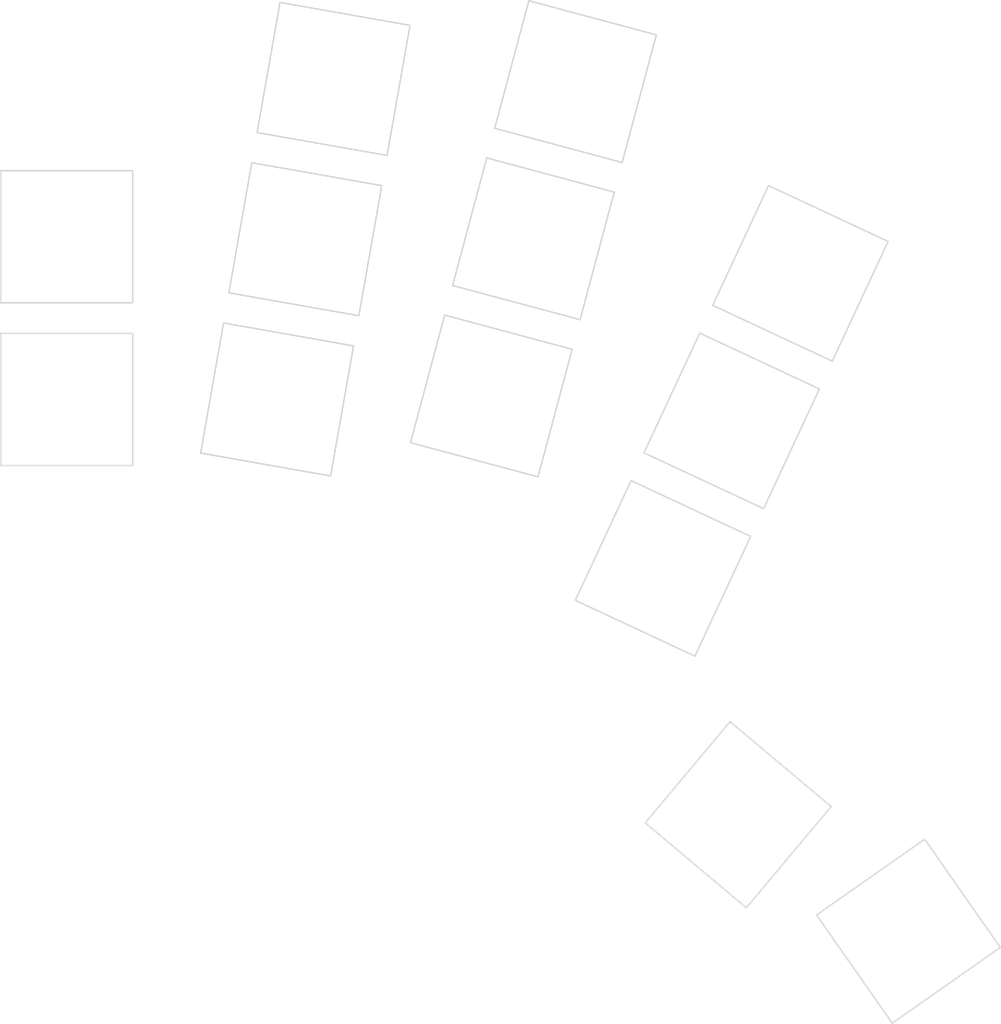
<source format=kicad_pcb>
(kicad_pcb (version 20240108) (generator "pcbnew") (generator_version "8.0")
  (title_block (title "frontplate") (date "2025-05-19") (rev "0.2") (company "finn-e"))
  (layers (0 "F.Cu" signal) (31 "B.Cu" signal) (34 "B.Paste" user) (35 "F.Paste" user) (36 "B.SilkS" user "B.Silkscreen") (37 "F.SilkS" user "F.Silkscreen") (38 "B.Mask" user) (39 "F.Mask" user) (44 "Edge.Cuts" user))
  (net 0 "")
  (footprint "ceoloide:mounting_hole_npth" (layer "F.Cu") (at 173.428752 140.971233 35)
    (property "Reference" "MH4" (hide yes))
    (property "Value" "")
    (pad "" np_thru_hole circle (at 0 0 35) (size 2.2 2.2) (drill 2.2) (layers "*.Cu" "*.Mask"))
  )
  (footprint "ceoloide:mounting_hole_npth" (layer "F.Cu") (at 114.61274 73.066301 -10)
    (property "Reference" "MH2" (hide yes))
    (property "Value" "")
    (pad "" np_thru_hole circle (at 0 0 350) (size 2.2 2.2) (drill 2.2) (layers "*.Cu" "*.Mask"))
  )
  (footprint "ceoloide:mounting_hole_npth" (layer "F.Cu") (at 117.564759 56.324569 -10)
    (property "Reference" "MH1" (hide yes))
    (property "Value" "")
    (pad "" np_thru_hole circle (at 0 0 350) (size 2.2 2.2) (drill 2.2) (layers "*.Cu" "*.Mask"))
  )
  (footprint "ceoloide:mounting_hole_npth" (layer "F.Cu") (at 165.426557 72.684179 -25)
    (property "Reference" "MH3" (hide yes))
    (property "Value" "")
    (pad "" np_thru_hole circle (at 0 0 335) (size 2.2 2.2) (drill 2.2) (layers "*.Cu" "*.Mask"))
  )
  (footprint "ceoloide:mounting_hole_npth" (layer "F.Cu") (at 181.636504 129.430307 35)
    (property "Reference" "MH5" (hide yes))
    (property "Value" "")
    (pad "" np_thru_hole circle (at 0 0 35) (size 2.2 2.2) (drill 2.2) (layers "*.Cu" "*.Mask"))
  )
  (gr_line (start 132.945365 60.661267) (end 119.355018 58.264922) (stroke (width 0.15)) (layer "Edge.Cuts"))
  (gr_line (start 106.9 72.9) (end 106.9 59.1) (stroke (width 0.15)) (layer "Edge.Cuts"))
  (gr_line (start 153.184611 103.981858) (end 165.691658 109.81399) (stroke (width 0.15)) (layer "Edge.Cuts"))
  (gr_line (start 172.876169 94.406758) (end 178.708301 81.89971) (stroke (width 0.15)) (layer "Edge.Cuts"))
  (gr_line (start 119.355018 58.264922) (end 116.958673 71.855269) (stroke (width 0.15)) (layer "Edge.Cuts"))
  (gr_line (start 160.369121 88.574626) (end 172.876169 94.406758) (stroke (width 0.15)) (layer "Edge.Cuts"))
  (gr_line (start 139.524739 74.184087) (end 135.953036 87.513864) (stroke (width 0.15)) (layer "Edge.Cuts"))
  (gr_line (start 116.402999 75.006654) (end 114.006654 88.597001) (stroke (width 0.15)) (layer "Edge.Cuts"))
  (gr_line (start 166.201253 76.067578) (end 160.369121 88.574626) (stroke (width 0.15)) (layer "Edge.Cuts"))
  (gr_line (start 116.958673 71.855269) (end 130.54902 74.251614) (stroke (width 0.15)) (layer "Edge.Cuts"))
  (gr_line (start 178.411156 136.853817) (end 186.326511 148.158115) (stroke (width 0.15)) (layer "Edge.Cuts"))
  (gr_line (start 178.708301 81.89971) (end 166.201253 76.067578) (stroke (width 0.15)) (layer "Edge.Cuts"))
  (gr_line (start 135.897384 43.919535) (end 122.307037 41.523191) (stroke (width 0.15)) (layer "Edge.Cuts"))
  (gr_line (start 130.54902 74.251614) (end 132.945365 60.661267) (stroke (width 0.15)) (layer "Edge.Cuts"))
  (gr_line (start 106.9 89.9) (end 106.9 76.1) (stroke (width 0.15)) (layer "Edge.Cuts"))
  (gr_line (start 93.1 72.9) (end 106.9 72.9) (stroke (width 0.15)) (layer "Edge.Cuts"))
  (gr_line (start 122.307037 41.523191) (end 119.910692 55.113538) (stroke (width 0.15)) (layer "Edge.Cuts"))
  (gr_line (start 171.52379 97.306943) (end 159.016743 91.474811) (stroke (width 0.15)) (layer "Edge.Cuts"))
  (gr_line (start 152.854515 77.75579) (end 139.524739 74.184087) (stroke (width 0.15)) (layer "Edge.Cuts"))
  (gr_line (start 93.1 89.9) (end 106.9 89.9) (stroke (width 0.15)) (layer "Edge.Cuts"))
  (gr_line (start 197.630809 140.242761) (end 189.715455 128.938462) (stroke (width 0.15)) (layer "Edge.Cuts"))
  (gr_line (start 93.1 76.1) (end 93.1 89.9) (stroke (width 0.15)) (layer "Edge.Cuts"))
  (gr_line (start 140.35296 71.093125) (end 153.682736 74.664828) (stroke (width 0.15)) (layer "Edge.Cuts"))
  (gr_line (start 133.501039 57.509882) (end 135.897384 43.919535) (stroke (width 0.15)) (layer "Edge.Cuts"))
  (gr_line (start 129.993346 77.402999) (end 116.402999 75.006654) (stroke (width 0.15)) (layer "Edge.Cuts"))
  (gr_line (start 106.9 76.1) (end 93.1 76.1) (stroke (width 0.15)) (layer "Edge.Cuts"))
  (gr_line (start 173.385764 60.660346) (end 167.553632 73.167393) (stroke (width 0.15)) (layer "Edge.Cuts"))
  (gr_line (start 186.326511 148.158115) (end 197.630809 140.242761) (stroke (width 0.15)) (layer "Edge.Cuts"))
  (gr_line (start 179.936317 125.527213) (end 169.364903 116.656744) (stroke (width 0.15)) (layer "Edge.Cuts"))
  (gr_line (start 185.892811 66.492478) (end 173.385764 60.660346) (stroke (width 0.15)) (layer "Edge.Cuts"))
  (gr_line (start 93.1 59.1) (end 93.1 72.9) (stroke (width 0.15)) (layer "Edge.Cuts"))
  (gr_line (start 148.324586 41.342609) (end 144.752883 54.672386) (stroke (width 0.15)) (layer "Edge.Cuts"))
  (gr_line (start 167.553632 73.167393) (end 180.060679 78.999525) (stroke (width 0.15)) (layer "Edge.Cuts"))
  (gr_line (start 149.282812 91.085567) (end 152.854515 77.75579) (stroke (width 0.15)) (layer "Edge.Cuts"))
  (gr_line (start 153.682736 74.664828) (end 157.254439 61.335051) (stroke (width 0.15)) (layer "Edge.Cuts"))
  (gr_line (start 157.254439 61.335051) (end 143.924662 57.763348) (stroke (width 0.15)) (layer "Edge.Cuts"))
  (gr_line (start 161.654363 44.914312) (end 148.324586 41.342609) (stroke (width 0.15)) (layer "Edge.Cuts"))
  (gr_line (start 158.08266 58.244089) (end 161.654363 44.914312) (stroke (width 0.15)) (layer "Edge.Cuts"))
  (gr_line (start 159.016743 91.474811) (end 153.184611 103.981858) (stroke (width 0.15)) (layer "Edge.Cuts"))
  (gr_line (start 106.9 59.1) (end 93.1 59.1) (stroke (width 0.15)) (layer "Edge.Cuts"))
  (gr_line (start 143.924662 57.763348) (end 140.35296 71.093125) (stroke (width 0.15)) (layer "Edge.Cuts"))
  (gr_line (start 165.691658 109.81399) (end 171.52379 97.306943) (stroke (width 0.15)) (layer "Edge.Cuts"))
  (gr_line (start 160.494434 127.228157) (end 171.065848 136.098626) (stroke (width 0.15)) (layer "Edge.Cuts"))
  (gr_line (start 171.065848 136.098626) (end 179.936317 125.527213) (stroke (width 0.15)) (layer "Edge.Cuts"))
  (gr_line (start 189.715455 128.938462) (end 178.411156 136.853817) (stroke (width 0.15)) (layer "Edge.Cuts"))
  (gr_line (start 180.060679 78.999525) (end 185.892811 66.492478) (stroke (width 0.15)) (layer "Edge.Cuts"))
  (gr_line (start 169.364903 116.656744) (end 160.494434 127.228157) (stroke (width 0.15)) (layer "Edge.Cuts"))
  (gr_line (start 119.910692 55.113538) (end 133.501039 57.509882) (stroke (width 0.15)) (layer "Edge.Cuts"))
  (gr_line (start 127.597001 90.993346) (end 129.993346 77.402999) (stroke (width 0.15)) (layer "Edge.Cuts"))
  (gr_line (start 135.953036 87.513864) (end 149.282812 91.085567) (stroke (width 0.15)) (layer "Edge.Cuts"))
  (gr_line (start 144.752883 54.672386) (end 158.08266 58.244089) (stroke (width 0.15)) (layer "Edge.Cuts"))
  (gr_line (start 114.006654 88.597001) (end 127.597001 90.993346) (stroke (width 0.15)) (layer "Edge.Cuts"))
)
</source>
